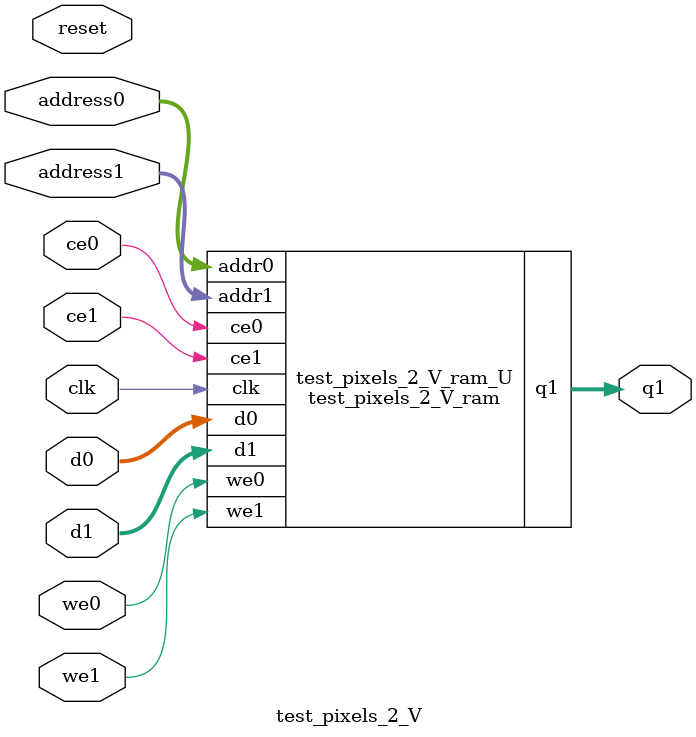
<source format=v>
`timescale 1 ns / 1 ps
module test_pixels_2_V_ram (addr0, ce0, d0, we0, addr1, ce1, d1, we1, q1,  clk);

parameter DWIDTH = 10;
parameter AWIDTH = 9;
parameter MEM_SIZE = 500;

input[AWIDTH-1:0] addr0;
input ce0;
input[DWIDTH-1:0] d0;
input we0;
input[AWIDTH-1:0] addr1;
input ce1;
input[DWIDTH-1:0] d1;
input we1;
output reg[DWIDTH-1:0] q1;
input clk;

(* ram_style = "block" *)reg [DWIDTH-1:0] ram[0:MEM_SIZE-1];




always @(posedge clk)  
begin 
    if (ce0) begin
        if (we0) 
            ram[addr0] <= d0; 
    end
end


always @(posedge clk)  
begin 
    if (ce1) begin
        if (we1) 
            ram[addr1] <= d1; 
        q1 <= ram[addr1];
    end
end


endmodule

`timescale 1 ns / 1 ps
module test_pixels_2_V(
    reset,
    clk,
    address0,
    ce0,
    we0,
    d0,
    address1,
    ce1,
    we1,
    d1,
    q1);

parameter DataWidth = 32'd10;
parameter AddressRange = 32'd500;
parameter AddressWidth = 32'd9;
input reset;
input clk;
input[AddressWidth - 1:0] address0;
input ce0;
input we0;
input[DataWidth - 1:0] d0;
input[AddressWidth - 1:0] address1;
input ce1;
input we1;
input[DataWidth - 1:0] d1;
output[DataWidth - 1:0] q1;



test_pixels_2_V_ram test_pixels_2_V_ram_U(
    .clk( clk ),
    .addr0( address0 ),
    .ce0( ce0 ),
    .we0( we0 ),
    .d0( d0 ),
    .addr1( address1 ),
    .ce1( ce1 ),
    .we1( we1 ),
    .d1( d1 ),
    .q1( q1 ));

endmodule


</source>
